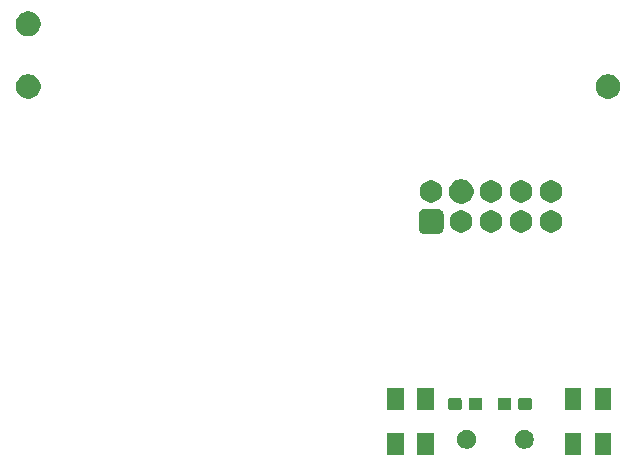
<source format=gbr>
G04 #@! TF.GenerationSoftware,KiCad,Pcbnew,(5.0.2)-1*
G04 #@! TF.CreationDate,2020-02-24T21:14:20+01:00*
G04 #@! TF.ProjectId,Poziomica 1.0,506f7a69-6f6d-4696-9361-20312e302e6b,rev?*
G04 #@! TF.SameCoordinates,Original*
G04 #@! TF.FileFunction,Soldermask,Top*
G04 #@! TF.FilePolarity,Negative*
%FSLAX46Y46*%
G04 Gerber Fmt 4.6, Leading zero omitted, Abs format (unit mm)*
G04 Created by KiCad (PCBNEW (5.0.2)-1) date 24.02.2020 21:14:20*
%MOMM*%
%LPD*%
G01*
G04 APERTURE LIST*
%ADD10C,0.100000*%
G04 APERTURE END LIST*
D10*
G36*
X45936000Y-39146000D02*
X44564000Y-39146000D01*
X44564000Y-37264000D01*
X45936000Y-37264000D01*
X45936000Y-39146000D01*
X45936000Y-39146000D01*
G37*
G36*
X43396000Y-39146000D02*
X42024000Y-39146000D01*
X42024000Y-37264000D01*
X43396000Y-37264000D01*
X43396000Y-39146000D01*
X43396000Y-39146000D01*
G37*
G36*
X60936000Y-39146000D02*
X59564000Y-39146000D01*
X59564000Y-37264000D01*
X60936000Y-37264000D01*
X60936000Y-39146000D01*
X60936000Y-39146000D01*
G37*
G36*
X58396000Y-39146000D02*
X57024000Y-39146000D01*
X57024000Y-37264000D01*
X58396000Y-37264000D01*
X58396000Y-39146000D01*
X58396000Y-39146000D01*
G37*
G36*
X53833643Y-37029781D02*
X53979415Y-37090162D01*
X54110611Y-37177824D01*
X54222176Y-37289389D01*
X54309838Y-37420585D01*
X54370219Y-37566357D01*
X54401000Y-37721107D01*
X54401000Y-37878893D01*
X54370219Y-38033643D01*
X54309838Y-38179415D01*
X54222176Y-38310611D01*
X54110611Y-38422176D01*
X53979415Y-38509838D01*
X53833643Y-38570219D01*
X53678893Y-38601000D01*
X53521107Y-38601000D01*
X53366357Y-38570219D01*
X53220585Y-38509838D01*
X53089389Y-38422176D01*
X52977824Y-38310611D01*
X52890162Y-38179415D01*
X52829781Y-38033643D01*
X52799000Y-37878893D01*
X52799000Y-37721107D01*
X52829781Y-37566357D01*
X52890162Y-37420585D01*
X52977824Y-37289389D01*
X53089389Y-37177824D01*
X53220585Y-37090162D01*
X53366357Y-37029781D01*
X53521107Y-36999000D01*
X53678893Y-36999000D01*
X53833643Y-37029781D01*
X53833643Y-37029781D01*
G37*
G36*
X48953643Y-37029781D02*
X49099415Y-37090162D01*
X49230611Y-37177824D01*
X49342176Y-37289389D01*
X49429838Y-37420585D01*
X49490219Y-37566357D01*
X49521000Y-37721107D01*
X49521000Y-37878893D01*
X49490219Y-38033643D01*
X49429838Y-38179415D01*
X49342176Y-38310611D01*
X49230611Y-38422176D01*
X49099415Y-38509838D01*
X48953643Y-38570219D01*
X48798893Y-38601000D01*
X48641107Y-38601000D01*
X48486357Y-38570219D01*
X48340585Y-38509838D01*
X48209389Y-38422176D01*
X48097824Y-38310611D01*
X48010162Y-38179415D01*
X47949781Y-38033643D01*
X47919000Y-37878893D01*
X47919000Y-37721107D01*
X47949781Y-37566357D01*
X48010162Y-37420585D01*
X48097824Y-37289389D01*
X48209389Y-37177824D01*
X48340585Y-37090162D01*
X48486357Y-37029781D01*
X48641107Y-36999000D01*
X48798893Y-36999000D01*
X48953643Y-37029781D01*
X48953643Y-37029781D01*
G37*
G36*
X43396000Y-35336000D02*
X42024000Y-35336000D01*
X42024000Y-33454000D01*
X43396000Y-33454000D01*
X43396000Y-35336000D01*
X43396000Y-35336000D01*
G37*
G36*
X45936000Y-35336000D02*
X44564000Y-35336000D01*
X44564000Y-33454000D01*
X45936000Y-33454000D01*
X45936000Y-35336000D01*
X45936000Y-35336000D01*
G37*
G36*
X58396000Y-35336000D02*
X57024000Y-35336000D01*
X57024000Y-33454000D01*
X58396000Y-33454000D01*
X58396000Y-35336000D01*
X58396000Y-35336000D01*
G37*
G36*
X60936000Y-35336000D02*
X59564000Y-35336000D01*
X59564000Y-33454000D01*
X60936000Y-33454000D01*
X60936000Y-35336000D01*
X60936000Y-35336000D01*
G37*
G36*
X49889499Y-34278445D02*
X49926993Y-34289819D01*
X49961557Y-34308294D01*
X49991847Y-34333153D01*
X50016706Y-34363443D01*
X50035181Y-34398007D01*
X50046555Y-34435501D01*
X50051000Y-34480638D01*
X50051000Y-35119362D01*
X50046555Y-35164499D01*
X50035181Y-35201993D01*
X50016706Y-35236557D01*
X49991847Y-35266847D01*
X49961557Y-35291706D01*
X49926993Y-35310181D01*
X49889499Y-35321555D01*
X49844362Y-35326000D01*
X49105638Y-35326000D01*
X49060501Y-35321555D01*
X49023007Y-35310181D01*
X48988443Y-35291706D01*
X48958153Y-35266847D01*
X48933294Y-35236557D01*
X48914819Y-35201993D01*
X48903445Y-35164499D01*
X48899000Y-35119362D01*
X48899000Y-34480638D01*
X48903445Y-34435501D01*
X48914819Y-34398007D01*
X48933294Y-34363443D01*
X48958153Y-34333153D01*
X48988443Y-34308294D01*
X49023007Y-34289819D01*
X49060501Y-34278445D01*
X49105638Y-34274000D01*
X49844362Y-34274000D01*
X49889499Y-34278445D01*
X49889499Y-34278445D01*
G37*
G36*
X48139499Y-34278445D02*
X48176993Y-34289819D01*
X48211557Y-34308294D01*
X48241847Y-34333153D01*
X48266706Y-34363443D01*
X48285181Y-34398007D01*
X48296555Y-34435501D01*
X48301000Y-34480638D01*
X48301000Y-35119362D01*
X48296555Y-35164499D01*
X48285181Y-35201993D01*
X48266706Y-35236557D01*
X48241847Y-35266847D01*
X48211557Y-35291706D01*
X48176993Y-35310181D01*
X48139499Y-35321555D01*
X48094362Y-35326000D01*
X47355638Y-35326000D01*
X47310501Y-35321555D01*
X47273007Y-35310181D01*
X47238443Y-35291706D01*
X47208153Y-35266847D01*
X47183294Y-35236557D01*
X47164819Y-35201993D01*
X47153445Y-35164499D01*
X47149000Y-35119362D01*
X47149000Y-34480638D01*
X47153445Y-34435501D01*
X47164819Y-34398007D01*
X47183294Y-34363443D01*
X47208153Y-34333153D01*
X47238443Y-34308294D01*
X47273007Y-34289819D01*
X47310501Y-34278445D01*
X47355638Y-34274000D01*
X48094362Y-34274000D01*
X48139499Y-34278445D01*
X48139499Y-34278445D01*
G37*
G36*
X54089499Y-34278445D02*
X54126993Y-34289819D01*
X54161557Y-34308294D01*
X54191847Y-34333153D01*
X54216706Y-34363443D01*
X54235181Y-34398007D01*
X54246555Y-34435501D01*
X54251000Y-34480638D01*
X54251000Y-35119362D01*
X54246555Y-35164499D01*
X54235181Y-35201993D01*
X54216706Y-35236557D01*
X54191847Y-35266847D01*
X54161557Y-35291706D01*
X54126993Y-35310181D01*
X54089499Y-35321555D01*
X54044362Y-35326000D01*
X53305638Y-35326000D01*
X53260501Y-35321555D01*
X53223007Y-35310181D01*
X53188443Y-35291706D01*
X53158153Y-35266847D01*
X53133294Y-35236557D01*
X53114819Y-35201993D01*
X53103445Y-35164499D01*
X53099000Y-35119362D01*
X53099000Y-34480638D01*
X53103445Y-34435501D01*
X53114819Y-34398007D01*
X53133294Y-34363443D01*
X53158153Y-34333153D01*
X53188443Y-34308294D01*
X53223007Y-34289819D01*
X53260501Y-34278445D01*
X53305638Y-34274000D01*
X54044362Y-34274000D01*
X54089499Y-34278445D01*
X54089499Y-34278445D01*
G37*
G36*
X52339499Y-34278445D02*
X52376993Y-34289819D01*
X52411557Y-34308294D01*
X52441847Y-34333153D01*
X52466706Y-34363443D01*
X52485181Y-34398007D01*
X52496555Y-34435501D01*
X52501000Y-34480638D01*
X52501000Y-35119362D01*
X52496555Y-35164499D01*
X52485181Y-35201993D01*
X52466706Y-35236557D01*
X52441847Y-35266847D01*
X52411557Y-35291706D01*
X52376993Y-35310181D01*
X52339499Y-35321555D01*
X52294362Y-35326000D01*
X51555638Y-35326000D01*
X51510501Y-35321555D01*
X51473007Y-35310181D01*
X51438443Y-35291706D01*
X51408153Y-35266847D01*
X51383294Y-35236557D01*
X51364819Y-35201993D01*
X51353445Y-35164499D01*
X51349000Y-35119362D01*
X51349000Y-34480638D01*
X51353445Y-34435501D01*
X51364819Y-34398007D01*
X51383294Y-34363443D01*
X51408153Y-34333153D01*
X51438443Y-34308294D01*
X51473007Y-34289819D01*
X51510501Y-34278445D01*
X51555638Y-34274000D01*
X52294362Y-34274000D01*
X52339499Y-34278445D01*
X52339499Y-34278445D01*
G37*
G36*
X46398210Y-18308489D02*
X46484949Y-18334802D01*
X46564891Y-18377532D01*
X46634963Y-18435037D01*
X46692468Y-18505109D01*
X46735198Y-18585051D01*
X46761511Y-18671790D01*
X46771000Y-18768140D01*
X46771000Y-19931860D01*
X46761511Y-20028210D01*
X46735198Y-20114949D01*
X46692468Y-20194891D01*
X46634963Y-20264963D01*
X46564891Y-20322468D01*
X46484949Y-20365198D01*
X46398210Y-20391511D01*
X46301860Y-20401000D01*
X45138140Y-20401000D01*
X45041790Y-20391511D01*
X44955051Y-20365198D01*
X44875109Y-20322468D01*
X44805037Y-20264963D01*
X44747532Y-20194891D01*
X44704802Y-20114949D01*
X44678489Y-20028210D01*
X44669000Y-19931860D01*
X44669000Y-18768140D01*
X44678489Y-18671790D01*
X44704802Y-18585051D01*
X44747532Y-18505109D01*
X44805037Y-18435037D01*
X44875109Y-18377532D01*
X44955051Y-18334802D01*
X45041790Y-18308489D01*
X45138140Y-18299000D01*
X46301860Y-18299000D01*
X46398210Y-18308489D01*
X46398210Y-18308489D01*
G37*
G36*
X48537396Y-18435546D02*
X48710466Y-18507234D01*
X48866230Y-18611312D01*
X48998688Y-18743770D01*
X49102766Y-18899534D01*
X49174454Y-19072604D01*
X49211000Y-19256333D01*
X49211000Y-19443667D01*
X49174454Y-19627396D01*
X49102766Y-19800466D01*
X48998688Y-19956230D01*
X48866230Y-20088688D01*
X48710466Y-20192766D01*
X48537396Y-20264454D01*
X48353667Y-20301000D01*
X48166333Y-20301000D01*
X47982604Y-20264454D01*
X47809534Y-20192766D01*
X47653770Y-20088688D01*
X47521312Y-19956230D01*
X47417234Y-19800466D01*
X47345546Y-19627396D01*
X47309000Y-19443667D01*
X47309000Y-19256333D01*
X47345546Y-19072604D01*
X47417234Y-18899534D01*
X47521312Y-18743770D01*
X47653770Y-18611312D01*
X47809534Y-18507234D01*
X47982604Y-18435546D01*
X48166333Y-18399000D01*
X48353667Y-18399000D01*
X48537396Y-18435546D01*
X48537396Y-18435546D01*
G37*
G36*
X51077396Y-18435546D02*
X51250466Y-18507234D01*
X51406230Y-18611312D01*
X51538688Y-18743770D01*
X51642766Y-18899534D01*
X51714454Y-19072604D01*
X51751000Y-19256333D01*
X51751000Y-19443667D01*
X51714454Y-19627396D01*
X51642766Y-19800466D01*
X51538688Y-19956230D01*
X51406230Y-20088688D01*
X51250466Y-20192766D01*
X51077396Y-20264454D01*
X50893667Y-20301000D01*
X50706333Y-20301000D01*
X50522604Y-20264454D01*
X50349534Y-20192766D01*
X50193770Y-20088688D01*
X50061312Y-19956230D01*
X49957234Y-19800466D01*
X49885546Y-19627396D01*
X49849000Y-19443667D01*
X49849000Y-19256333D01*
X49885546Y-19072604D01*
X49957234Y-18899534D01*
X50061312Y-18743770D01*
X50193770Y-18611312D01*
X50349534Y-18507234D01*
X50522604Y-18435546D01*
X50706333Y-18399000D01*
X50893667Y-18399000D01*
X51077396Y-18435546D01*
X51077396Y-18435546D01*
G37*
G36*
X53617396Y-18435546D02*
X53790466Y-18507234D01*
X53946230Y-18611312D01*
X54078688Y-18743770D01*
X54182766Y-18899534D01*
X54254454Y-19072604D01*
X54291000Y-19256333D01*
X54291000Y-19443667D01*
X54254454Y-19627396D01*
X54182766Y-19800466D01*
X54078688Y-19956230D01*
X53946230Y-20088688D01*
X53790466Y-20192766D01*
X53617396Y-20264454D01*
X53433667Y-20301000D01*
X53246333Y-20301000D01*
X53062604Y-20264454D01*
X52889534Y-20192766D01*
X52733770Y-20088688D01*
X52601312Y-19956230D01*
X52497234Y-19800466D01*
X52425546Y-19627396D01*
X52389000Y-19443667D01*
X52389000Y-19256333D01*
X52425546Y-19072604D01*
X52497234Y-18899534D01*
X52601312Y-18743770D01*
X52733770Y-18611312D01*
X52889534Y-18507234D01*
X53062604Y-18435546D01*
X53246333Y-18399000D01*
X53433667Y-18399000D01*
X53617396Y-18435546D01*
X53617396Y-18435546D01*
G37*
G36*
X56157396Y-18435546D02*
X56330466Y-18507234D01*
X56486230Y-18611312D01*
X56618688Y-18743770D01*
X56722766Y-18899534D01*
X56794454Y-19072604D01*
X56831000Y-19256333D01*
X56831000Y-19443667D01*
X56794454Y-19627396D01*
X56722766Y-19800466D01*
X56618688Y-19956230D01*
X56486230Y-20088688D01*
X56330466Y-20192766D01*
X56157396Y-20264454D01*
X55973667Y-20301000D01*
X55786333Y-20301000D01*
X55602604Y-20264454D01*
X55429534Y-20192766D01*
X55273770Y-20088688D01*
X55141312Y-19956230D01*
X55037234Y-19800466D01*
X54965546Y-19627396D01*
X54929000Y-19443667D01*
X54929000Y-19256333D01*
X54965546Y-19072604D01*
X55037234Y-18899534D01*
X55141312Y-18743770D01*
X55273770Y-18611312D01*
X55429534Y-18507234D01*
X55602604Y-18435546D01*
X55786333Y-18399000D01*
X55973667Y-18399000D01*
X56157396Y-18435546D01*
X56157396Y-18435546D01*
G37*
G36*
X48566565Y-15799389D02*
X48757834Y-15878615D01*
X48929976Y-15993637D01*
X49076363Y-16140024D01*
X49191385Y-16312166D01*
X49270611Y-16503435D01*
X49311000Y-16706484D01*
X49311000Y-16913516D01*
X49270611Y-17116565D01*
X49191385Y-17307834D01*
X49076363Y-17479976D01*
X48929976Y-17626363D01*
X48757834Y-17741385D01*
X48566565Y-17820611D01*
X48363516Y-17861000D01*
X48156484Y-17861000D01*
X47953435Y-17820611D01*
X47762166Y-17741385D01*
X47590024Y-17626363D01*
X47443637Y-17479976D01*
X47328615Y-17307834D01*
X47249389Y-17116565D01*
X47209000Y-16913516D01*
X47209000Y-16706484D01*
X47249389Y-16503435D01*
X47328615Y-16312166D01*
X47443637Y-16140024D01*
X47590024Y-15993637D01*
X47762166Y-15878615D01*
X47953435Y-15799389D01*
X48156484Y-15759000D01*
X48363516Y-15759000D01*
X48566565Y-15799389D01*
X48566565Y-15799389D01*
G37*
G36*
X51077396Y-15895546D02*
X51250466Y-15967234D01*
X51406230Y-16071312D01*
X51538688Y-16203770D01*
X51642766Y-16359534D01*
X51714454Y-16532604D01*
X51751000Y-16716333D01*
X51751000Y-16903667D01*
X51714454Y-17087396D01*
X51642766Y-17260466D01*
X51538688Y-17416230D01*
X51406230Y-17548688D01*
X51250466Y-17652766D01*
X51077396Y-17724454D01*
X50893667Y-17761000D01*
X50706333Y-17761000D01*
X50522604Y-17724454D01*
X50349534Y-17652766D01*
X50193770Y-17548688D01*
X50061312Y-17416230D01*
X49957234Y-17260466D01*
X49885546Y-17087396D01*
X49849000Y-16903667D01*
X49849000Y-16716333D01*
X49885546Y-16532604D01*
X49957234Y-16359534D01*
X50061312Y-16203770D01*
X50193770Y-16071312D01*
X50349534Y-15967234D01*
X50522604Y-15895546D01*
X50706333Y-15859000D01*
X50893667Y-15859000D01*
X51077396Y-15895546D01*
X51077396Y-15895546D01*
G37*
G36*
X45997396Y-15895546D02*
X46170466Y-15967234D01*
X46326230Y-16071312D01*
X46458688Y-16203770D01*
X46562766Y-16359534D01*
X46634454Y-16532604D01*
X46671000Y-16716333D01*
X46671000Y-16903667D01*
X46634454Y-17087396D01*
X46562766Y-17260466D01*
X46458688Y-17416230D01*
X46326230Y-17548688D01*
X46170466Y-17652766D01*
X45997396Y-17724454D01*
X45813667Y-17761000D01*
X45626333Y-17761000D01*
X45442604Y-17724454D01*
X45269534Y-17652766D01*
X45113770Y-17548688D01*
X44981312Y-17416230D01*
X44877234Y-17260466D01*
X44805546Y-17087396D01*
X44769000Y-16903667D01*
X44769000Y-16716333D01*
X44805546Y-16532604D01*
X44877234Y-16359534D01*
X44981312Y-16203770D01*
X45113770Y-16071312D01*
X45269534Y-15967234D01*
X45442604Y-15895546D01*
X45626333Y-15859000D01*
X45813667Y-15859000D01*
X45997396Y-15895546D01*
X45997396Y-15895546D01*
G37*
G36*
X53617396Y-15895546D02*
X53790466Y-15967234D01*
X53946230Y-16071312D01*
X54078688Y-16203770D01*
X54182766Y-16359534D01*
X54254454Y-16532604D01*
X54291000Y-16716333D01*
X54291000Y-16903667D01*
X54254454Y-17087396D01*
X54182766Y-17260466D01*
X54078688Y-17416230D01*
X53946230Y-17548688D01*
X53790466Y-17652766D01*
X53617396Y-17724454D01*
X53433667Y-17761000D01*
X53246333Y-17761000D01*
X53062604Y-17724454D01*
X52889534Y-17652766D01*
X52733770Y-17548688D01*
X52601312Y-17416230D01*
X52497234Y-17260466D01*
X52425546Y-17087396D01*
X52389000Y-16903667D01*
X52389000Y-16716333D01*
X52425546Y-16532604D01*
X52497234Y-16359534D01*
X52601312Y-16203770D01*
X52733770Y-16071312D01*
X52889534Y-15967234D01*
X53062604Y-15895546D01*
X53246333Y-15859000D01*
X53433667Y-15859000D01*
X53617396Y-15895546D01*
X53617396Y-15895546D01*
G37*
G36*
X56157396Y-15895546D02*
X56330466Y-15967234D01*
X56486230Y-16071312D01*
X56618688Y-16203770D01*
X56722766Y-16359534D01*
X56794454Y-16532604D01*
X56831000Y-16716333D01*
X56831000Y-16903667D01*
X56794454Y-17087396D01*
X56722766Y-17260466D01*
X56618688Y-17416230D01*
X56486230Y-17548688D01*
X56330466Y-17652766D01*
X56157396Y-17724454D01*
X55973667Y-17761000D01*
X55786333Y-17761000D01*
X55602604Y-17724454D01*
X55429534Y-17652766D01*
X55273770Y-17548688D01*
X55141312Y-17416230D01*
X55037234Y-17260466D01*
X54965546Y-17087396D01*
X54929000Y-16903667D01*
X54929000Y-16716333D01*
X54965546Y-16532604D01*
X55037234Y-16359534D01*
X55141312Y-16203770D01*
X55273770Y-16071312D01*
X55429534Y-15967234D01*
X55602604Y-15895546D01*
X55786333Y-15859000D01*
X55973667Y-15859000D01*
X56157396Y-15895546D01*
X56157396Y-15895546D01*
G37*
G36*
X61006565Y-6909389D02*
X61197834Y-6988615D01*
X61369976Y-7103637D01*
X61516363Y-7250024D01*
X61631385Y-7422166D01*
X61710611Y-7613435D01*
X61751000Y-7816484D01*
X61751000Y-8023516D01*
X61710611Y-8226565D01*
X61631385Y-8417834D01*
X61516363Y-8589976D01*
X61369976Y-8736363D01*
X61197834Y-8851385D01*
X61006565Y-8930611D01*
X60803516Y-8971000D01*
X60596484Y-8971000D01*
X60393435Y-8930611D01*
X60202166Y-8851385D01*
X60030024Y-8736363D01*
X59883637Y-8589976D01*
X59768615Y-8417834D01*
X59689389Y-8226565D01*
X59649000Y-8023516D01*
X59649000Y-7816484D01*
X59689389Y-7613435D01*
X59768615Y-7422166D01*
X59883637Y-7250024D01*
X60030024Y-7103637D01*
X60202166Y-6988615D01*
X60393435Y-6909389D01*
X60596484Y-6869000D01*
X60803516Y-6869000D01*
X61006565Y-6909389D01*
X61006565Y-6909389D01*
G37*
G36*
X11906565Y-6909389D02*
X12097834Y-6988615D01*
X12269976Y-7103637D01*
X12416363Y-7250024D01*
X12531385Y-7422166D01*
X12610611Y-7613435D01*
X12651000Y-7816484D01*
X12651000Y-8023516D01*
X12610611Y-8226565D01*
X12531385Y-8417834D01*
X12416363Y-8589976D01*
X12269976Y-8736363D01*
X12097834Y-8851385D01*
X11906565Y-8930611D01*
X11703516Y-8971000D01*
X11496484Y-8971000D01*
X11293435Y-8930611D01*
X11102166Y-8851385D01*
X10930024Y-8736363D01*
X10783637Y-8589976D01*
X10668615Y-8417834D01*
X10589389Y-8226565D01*
X10549000Y-8023516D01*
X10549000Y-7816484D01*
X10589389Y-7613435D01*
X10668615Y-7422166D01*
X10783637Y-7250024D01*
X10930024Y-7103637D01*
X11102166Y-6988615D01*
X11293435Y-6909389D01*
X11496484Y-6869000D01*
X11703516Y-6869000D01*
X11906565Y-6909389D01*
X11906565Y-6909389D01*
G37*
G36*
X11906565Y-1599389D02*
X12097834Y-1678615D01*
X12269976Y-1793637D01*
X12416363Y-1940024D01*
X12531385Y-2112166D01*
X12610611Y-2303435D01*
X12651000Y-2506484D01*
X12651000Y-2713516D01*
X12610611Y-2916565D01*
X12531385Y-3107834D01*
X12416363Y-3279976D01*
X12269976Y-3426363D01*
X12097834Y-3541385D01*
X11906565Y-3620611D01*
X11703516Y-3661000D01*
X11496484Y-3661000D01*
X11293435Y-3620611D01*
X11102166Y-3541385D01*
X10930024Y-3426363D01*
X10783637Y-3279976D01*
X10668615Y-3107834D01*
X10589389Y-2916565D01*
X10549000Y-2713516D01*
X10549000Y-2506484D01*
X10589389Y-2303435D01*
X10668615Y-2112166D01*
X10783637Y-1940024D01*
X10930024Y-1793637D01*
X11102166Y-1678615D01*
X11293435Y-1599389D01*
X11496484Y-1559000D01*
X11703516Y-1559000D01*
X11906565Y-1599389D01*
X11906565Y-1599389D01*
G37*
M02*

</source>
